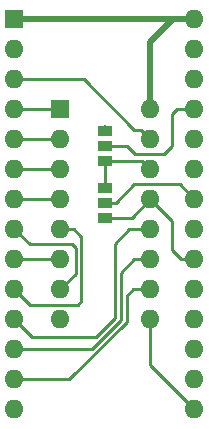
<source format=gbr>
G04 #@! TF.GenerationSoftware,KiCad,Pcbnew,(5.1.4)-1*
G04 #@! TF.CreationDate,2021-03-08T19:32:54-05:00*
G04 #@! TF.ProjectId,27c256_to_82s129,32376332-3536-45f7-946f-5f3832733132,rev?*
G04 #@! TF.SameCoordinates,Original*
G04 #@! TF.FileFunction,Copper,L1,Top*
G04 #@! TF.FilePolarity,Positive*
%FSLAX46Y46*%
G04 Gerber Fmt 4.6, Leading zero omitted, Abs format (unit mm)*
G04 Created by KiCad (PCBNEW (5.1.4)-1) date 2021-03-08 19:32:54*
%MOMM*%
%LPD*%
G04 APERTURE LIST*
%ADD10O,1.600000X1.600000*%
%ADD11R,1.600000X1.600000*%
%ADD12R,1.270000X0.970000*%
%ADD13C,0.800000*%
%ADD14C,0.500000*%
%ADD15C,0.250000*%
G04 APERTURE END LIST*
D10*
X140880000Y-95320000D03*
X133260000Y-113100000D03*
X140880000Y-97860000D03*
X133260000Y-110560000D03*
X140880000Y-100400000D03*
X133260000Y-108020000D03*
X140880000Y-102940000D03*
X133260000Y-105480000D03*
X140880000Y-105480000D03*
X133260000Y-102940000D03*
X140880000Y-108020000D03*
X133260000Y-100400000D03*
X140880000Y-110560000D03*
X133260000Y-97860000D03*
X140880000Y-113100000D03*
D11*
X133260000Y-95320000D03*
D12*
X137050000Y-97120000D03*
X137050000Y-98390000D03*
X137050000Y-99660000D03*
X137050000Y-104530000D03*
X137050000Y-103260000D03*
X137050000Y-101990000D03*
D10*
X144615001Y-87685001D03*
X129375001Y-120705001D03*
X144615001Y-90225001D03*
X129375001Y-118165001D03*
X144615001Y-92765001D03*
X129375001Y-115625001D03*
X144615001Y-95305001D03*
X129375001Y-113085001D03*
X144615001Y-97845001D03*
X129375001Y-110545001D03*
X144615001Y-100385001D03*
X129375001Y-108005001D03*
X144615001Y-102925001D03*
X129375001Y-105465001D03*
X144615001Y-105465001D03*
X129375001Y-102925001D03*
X144615001Y-108005001D03*
X129375001Y-100385001D03*
X144615001Y-110545001D03*
X129375001Y-97845001D03*
X144615001Y-113085001D03*
X129375001Y-95305001D03*
X144615001Y-115625001D03*
X129375001Y-92765001D03*
X144615001Y-118165001D03*
X129375001Y-90225001D03*
X144615001Y-120705001D03*
D11*
X129375001Y-87685001D03*
D13*
X137070000Y-97090000D03*
D14*
X144615001Y-87685001D02*
X143274999Y-87685001D01*
X143274999Y-87685001D02*
X129375001Y-87685001D01*
D15*
X144615001Y-87685001D02*
X142824999Y-87685001D01*
D14*
X140880000Y-89630000D02*
X140880000Y-95320000D01*
X142824999Y-87685001D02*
X140880000Y-89630000D01*
D15*
X140080001Y-97060001D02*
X139540001Y-97060001D01*
X140880000Y-97860000D02*
X140080001Y-97060001D01*
X135245001Y-92765001D02*
X129375001Y-92765001D01*
X139540001Y-97060001D02*
X135245001Y-92765001D01*
X133260000Y-110560000D02*
X134560000Y-109260000D01*
X134560000Y-109260000D02*
X134560000Y-107080000D01*
X134560000Y-107080000D02*
X134230000Y-106750000D01*
X130660000Y-106750000D02*
X129375001Y-105465001D01*
X134230000Y-106750000D02*
X130660000Y-106750000D01*
X137050000Y-101990000D02*
X137050000Y-99660000D01*
X140140000Y-99660000D02*
X140880000Y-100400000D01*
X137050000Y-99660000D02*
X140140000Y-99660000D01*
X129390000Y-108020000D02*
X129375001Y-108005001D01*
X133260000Y-108020000D02*
X129390000Y-108020000D01*
X143483631Y-108005001D02*
X142700000Y-107221370D01*
X144615001Y-108005001D02*
X143483631Y-108005001D01*
X142700000Y-104760000D02*
X140880000Y-102940000D01*
X142700000Y-107221370D02*
X142700000Y-104760000D01*
X139290000Y-104530000D02*
X137050000Y-104530000D01*
X140880000Y-102940000D02*
X139290000Y-104530000D01*
X130690000Y-111860000D02*
X129375001Y-110545001D01*
X134760000Y-111860000D02*
X130690000Y-111860000D01*
X135050000Y-111570000D02*
X134760000Y-111860000D01*
X135050000Y-106138630D02*
X135050000Y-111570000D01*
X133260000Y-105480000D02*
X134391370Y-105480000D01*
X134391370Y-105480000D02*
X135050000Y-106138630D01*
X139080000Y-105480000D02*
X140880000Y-105480000D01*
X137880000Y-106680000D02*
X139080000Y-105480000D01*
X137880000Y-113010000D02*
X137880000Y-106680000D01*
X136320000Y-114570000D02*
X137880000Y-113010000D01*
X129375001Y-113085001D02*
X130860000Y-114570000D01*
X130860000Y-114570000D02*
X136320000Y-114570000D01*
X129390000Y-102940000D02*
X129375001Y-102925001D01*
X133260000Y-102940000D02*
X129390000Y-102940000D01*
X135901409Y-115625001D02*
X138360000Y-113166410D01*
X129375001Y-115625001D02*
X135901409Y-115625001D01*
X138360000Y-113166410D02*
X138360000Y-109180000D01*
X139520000Y-108020000D02*
X140880000Y-108020000D01*
X138360000Y-109180000D02*
X139520000Y-108020000D01*
X129390000Y-100400000D02*
X129375001Y-100385001D01*
X133260000Y-100400000D02*
X129390000Y-100400000D01*
X133997819Y-118165001D02*
X138870000Y-113292820D01*
X129375001Y-118165001D02*
X133997819Y-118165001D01*
X138870000Y-113292820D02*
X138870000Y-111110000D01*
X139420000Y-110560000D02*
X140880000Y-110560000D01*
X138870000Y-111110000D02*
X139420000Y-110560000D01*
X129390000Y-97860000D02*
X129375001Y-97845001D01*
X133260000Y-97860000D02*
X129390000Y-97860000D01*
X140880000Y-116970000D02*
X140880000Y-113100000D01*
X144615001Y-120705001D02*
X140880000Y-116970000D01*
X133245001Y-95305001D02*
X133260000Y-95320000D01*
X129375001Y-95305001D02*
X133245001Y-95305001D01*
X137050000Y-98390000D02*
X138880000Y-98390000D01*
X138880000Y-98390000D02*
X139620000Y-99130000D01*
X139620000Y-99130000D02*
X142010000Y-99130000D01*
X142010000Y-99130000D02*
X142750000Y-98390000D01*
X142750000Y-98390000D02*
X142750000Y-95680000D01*
X143124999Y-95305001D02*
X144615001Y-95305001D01*
X142750000Y-95680000D02*
X143124999Y-95305001D01*
X137935000Y-103260000D02*
X139525000Y-101670000D01*
X137050000Y-103260000D02*
X137935000Y-103260000D01*
X143360000Y-101670000D02*
X144615001Y-102925001D01*
X139525000Y-101670000D02*
X143360000Y-101670000D01*
M02*

</source>
